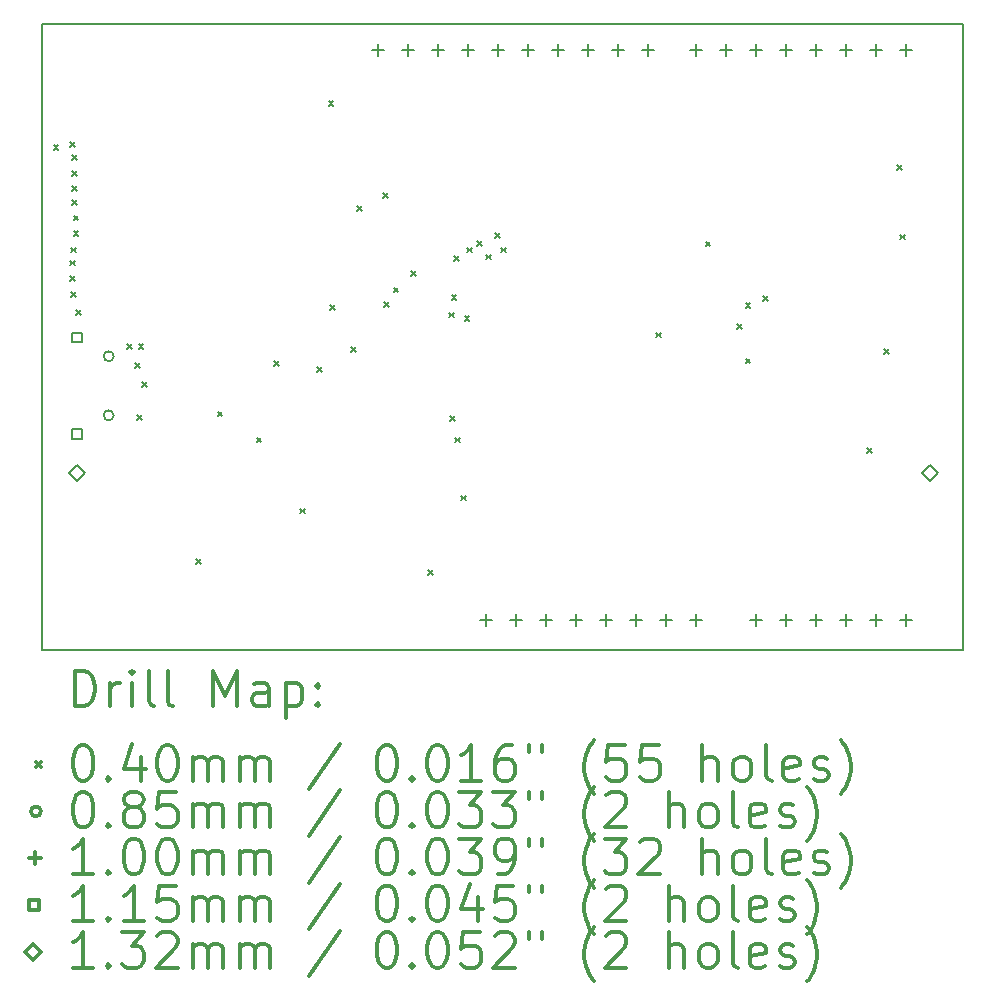
<source format=gbr>
%FSLAX45Y45*%
G04 Gerber Fmt 4.5, Leading zero omitted, Abs format (unit mm)*
G04 Created by KiCad (PCBNEW 5.0.2-bee76a0~70~ubuntu18.04.1) date Mi 12 Dez 2018 00:11:58 CET*
%MOMM*%
%LPD*%
G01*
G04 APERTURE LIST*
%ADD10C,0.150000*%
%ADD11C,0.200000*%
%ADD12C,0.300000*%
G04 APERTURE END LIST*
D10*
X12300000Y-13000000D02*
X12300000Y-7700000D01*
X4500000Y-7700000D02*
X4500000Y-13000000D01*
X12300000Y-7700000D02*
X4500000Y-7700000D01*
X4500000Y-13000000D02*
X12300000Y-13000000D01*
D11*
X4600000Y-8720000D02*
X4640000Y-8760000D01*
X4640000Y-8720000D02*
X4600000Y-8760000D01*
X4740000Y-8700000D02*
X4780000Y-8740000D01*
X4780000Y-8700000D02*
X4740000Y-8740000D01*
X4740000Y-9700000D02*
X4780000Y-9740000D01*
X4780000Y-9700000D02*
X4740000Y-9740000D01*
X4740000Y-9830000D02*
X4780000Y-9870000D01*
X4780000Y-9830000D02*
X4740000Y-9870000D01*
X4750000Y-9590000D02*
X4790000Y-9630000D01*
X4790000Y-9590000D02*
X4750000Y-9630000D01*
X4750000Y-9970000D02*
X4790000Y-10010000D01*
X4790000Y-9970000D02*
X4750000Y-10010000D01*
X4760000Y-8810000D02*
X4800000Y-8850000D01*
X4800000Y-8810000D02*
X4760000Y-8850000D01*
X4760000Y-8940000D02*
X4800000Y-8980000D01*
X4800000Y-8940000D02*
X4760000Y-8980000D01*
X4760000Y-9070000D02*
X4800000Y-9110000D01*
X4800000Y-9070000D02*
X4760000Y-9110000D01*
X4760000Y-9190000D02*
X4800000Y-9230000D01*
X4800000Y-9190000D02*
X4760000Y-9230000D01*
X4770000Y-9320000D02*
X4810000Y-9360000D01*
X4810000Y-9320000D02*
X4770000Y-9360000D01*
X4770000Y-9450000D02*
X4810000Y-9490000D01*
X4810000Y-9450000D02*
X4770000Y-9490000D01*
X4790000Y-10120000D02*
X4830000Y-10160000D01*
X4830000Y-10120000D02*
X4790000Y-10160000D01*
X5220000Y-10410000D02*
X5260000Y-10450000D01*
X5260000Y-10410000D02*
X5220000Y-10450000D01*
X5290503Y-10570503D02*
X5330503Y-10610503D01*
X5330503Y-10570503D02*
X5290503Y-10610503D01*
X5310000Y-11010000D02*
X5350000Y-11050000D01*
X5350000Y-11010000D02*
X5310000Y-11050000D01*
X5320000Y-10410000D02*
X5360000Y-10450000D01*
X5360000Y-10410000D02*
X5320000Y-10450000D01*
X5350000Y-10730000D02*
X5390000Y-10770000D01*
X5390000Y-10730000D02*
X5350000Y-10770000D01*
X5810000Y-12230000D02*
X5850000Y-12270000D01*
X5850000Y-12230000D02*
X5810000Y-12270000D01*
X5990000Y-10980000D02*
X6030000Y-11020000D01*
X6030000Y-10980000D02*
X5990000Y-11020000D01*
X6320000Y-11200000D02*
X6360000Y-11240000D01*
X6360000Y-11200000D02*
X6320000Y-11240000D01*
X6470000Y-10550000D02*
X6510000Y-10590000D01*
X6510000Y-10550000D02*
X6470000Y-10590000D01*
X6690000Y-11800000D02*
X6730000Y-11840000D01*
X6730000Y-11800000D02*
X6690000Y-11840000D01*
X6830747Y-10599253D02*
X6870747Y-10639253D01*
X6870747Y-10599253D02*
X6830747Y-10639253D01*
X6930000Y-8350000D02*
X6970000Y-8390000D01*
X6970000Y-8350000D02*
X6930000Y-8390000D01*
X6940000Y-10080000D02*
X6980000Y-10120000D01*
X6980000Y-10080000D02*
X6940000Y-10120000D01*
X7120000Y-10430000D02*
X7160000Y-10470000D01*
X7160000Y-10430000D02*
X7120000Y-10470000D01*
X7170000Y-9240000D02*
X7210000Y-9280000D01*
X7210000Y-9240000D02*
X7170000Y-9280000D01*
X7390000Y-9130000D02*
X7430000Y-9170000D01*
X7430000Y-9130000D02*
X7390000Y-9170000D01*
X7400000Y-10050000D02*
X7440000Y-10090000D01*
X7440000Y-10050000D02*
X7400000Y-10090000D01*
X7480000Y-9930000D02*
X7520000Y-9970000D01*
X7520000Y-9930000D02*
X7480000Y-9970000D01*
X7630000Y-9790000D02*
X7670000Y-9830000D01*
X7670000Y-9790000D02*
X7630000Y-9830000D01*
X7770000Y-12320000D02*
X7810000Y-12360000D01*
X7810000Y-12320000D02*
X7770000Y-12360000D01*
X7950000Y-10140000D02*
X7990000Y-10180000D01*
X7990000Y-10140000D02*
X7950000Y-10180000D01*
X7960000Y-11020000D02*
X8000000Y-11060000D01*
X8000000Y-11020000D02*
X7960000Y-11060000D01*
X7970000Y-9990000D02*
X8010000Y-10030000D01*
X8010000Y-9990000D02*
X7970000Y-10030000D01*
X7990000Y-9660000D02*
X8030000Y-9700000D01*
X8030000Y-9660000D02*
X7990000Y-9700000D01*
X8000000Y-11200000D02*
X8040000Y-11240000D01*
X8040000Y-11200000D02*
X8000000Y-11240000D01*
X8050000Y-11690000D02*
X8090000Y-11730000D01*
X8090000Y-11690000D02*
X8050000Y-11730000D01*
X8080000Y-10170000D02*
X8120000Y-10210000D01*
X8120000Y-10170000D02*
X8080000Y-10210000D01*
X8100000Y-9590000D02*
X8140000Y-9630000D01*
X8140000Y-9590000D02*
X8100000Y-9630000D01*
X8184800Y-9537000D02*
X8224800Y-9577000D01*
X8224800Y-9537000D02*
X8184800Y-9577000D01*
X8260000Y-9650000D02*
X8300000Y-9690000D01*
X8300000Y-9650000D02*
X8260000Y-9690000D01*
X8340775Y-9469745D02*
X8380775Y-9509745D01*
X8380775Y-9469745D02*
X8340775Y-9509745D01*
X8390000Y-9590000D02*
X8430000Y-9630000D01*
X8430000Y-9590000D02*
X8390000Y-9630000D01*
X9700000Y-10310000D02*
X9740000Y-10350000D01*
X9740000Y-10310000D02*
X9700000Y-10350000D01*
X10120000Y-9540000D02*
X10160000Y-9580000D01*
X10160000Y-9540000D02*
X10120000Y-9580000D01*
X10390000Y-10240000D02*
X10430000Y-10280000D01*
X10430000Y-10240000D02*
X10390000Y-10280000D01*
X10460000Y-10060000D02*
X10500000Y-10100000D01*
X10500000Y-10060000D02*
X10460000Y-10100000D01*
X10460000Y-10530000D02*
X10500000Y-10570000D01*
X10500000Y-10530000D02*
X10460000Y-10570000D01*
X10610000Y-10000000D02*
X10650000Y-10040000D01*
X10650000Y-10000000D02*
X10610000Y-10040000D01*
X11490000Y-11290000D02*
X11530000Y-11330000D01*
X11530000Y-11290000D02*
X11490000Y-11330000D01*
X11630000Y-10450000D02*
X11670000Y-10490000D01*
X11670000Y-10450000D02*
X11630000Y-10490000D01*
X11740000Y-8890000D02*
X11780000Y-8930000D01*
X11780000Y-8890000D02*
X11740000Y-8930000D01*
X11770000Y-9480000D02*
X11810000Y-9520000D01*
X11810000Y-9480000D02*
X11770000Y-9520000D01*
X5108754Y-10509910D02*
G75*
G03X5108754Y-10509910I-42500J0D01*
G01*
X5108754Y-11009910D02*
G75*
G03X5108754Y-11009910I-42500J0D01*
G01*
X7349600Y-7870000D02*
X7349600Y-7970000D01*
X7299600Y-7920000D02*
X7399600Y-7920000D01*
X7603600Y-7870000D02*
X7603600Y-7970000D01*
X7553600Y-7920000D02*
X7653600Y-7920000D01*
X7857600Y-7870000D02*
X7857600Y-7970000D01*
X7807600Y-7920000D02*
X7907600Y-7920000D01*
X8111600Y-7870000D02*
X8111600Y-7970000D01*
X8061600Y-7920000D02*
X8161600Y-7920000D01*
X8264000Y-12696000D02*
X8264000Y-12796000D01*
X8214000Y-12746000D02*
X8314000Y-12746000D01*
X8365600Y-7870000D02*
X8365600Y-7970000D01*
X8315600Y-7920000D02*
X8415600Y-7920000D01*
X8518000Y-12696000D02*
X8518000Y-12796000D01*
X8468000Y-12746000D02*
X8568000Y-12746000D01*
X8619600Y-7870000D02*
X8619600Y-7970000D01*
X8569600Y-7920000D02*
X8669600Y-7920000D01*
X8772000Y-12696000D02*
X8772000Y-12796000D01*
X8722000Y-12746000D02*
X8822000Y-12746000D01*
X8873600Y-7870000D02*
X8873600Y-7970000D01*
X8823600Y-7920000D02*
X8923600Y-7920000D01*
X9026000Y-12696000D02*
X9026000Y-12796000D01*
X8976000Y-12746000D02*
X9076000Y-12746000D01*
X9127600Y-7870000D02*
X9127600Y-7970000D01*
X9077600Y-7920000D02*
X9177600Y-7920000D01*
X9280000Y-12696000D02*
X9280000Y-12796000D01*
X9230000Y-12746000D02*
X9330000Y-12746000D01*
X9381600Y-7870000D02*
X9381600Y-7970000D01*
X9331600Y-7920000D02*
X9431600Y-7920000D01*
X9534000Y-12696000D02*
X9534000Y-12796000D01*
X9484000Y-12746000D02*
X9584000Y-12746000D01*
X9635600Y-7870000D02*
X9635600Y-7970000D01*
X9585600Y-7920000D02*
X9685600Y-7920000D01*
X9788000Y-12696000D02*
X9788000Y-12796000D01*
X9738000Y-12746000D02*
X9838000Y-12746000D01*
X10042000Y-7870000D02*
X10042000Y-7970000D01*
X9992000Y-7920000D02*
X10092000Y-7920000D01*
X10042000Y-12696000D02*
X10042000Y-12796000D01*
X9992000Y-12746000D02*
X10092000Y-12746000D01*
X10296000Y-7870000D02*
X10296000Y-7970000D01*
X10246000Y-7920000D02*
X10346000Y-7920000D01*
X10550000Y-7870000D02*
X10550000Y-7970000D01*
X10500000Y-7920000D02*
X10600000Y-7920000D01*
X10550000Y-12696000D02*
X10550000Y-12796000D01*
X10500000Y-12746000D02*
X10600000Y-12746000D01*
X10804000Y-7870000D02*
X10804000Y-7970000D01*
X10754000Y-7920000D02*
X10854000Y-7920000D01*
X10804000Y-12696000D02*
X10804000Y-12796000D01*
X10754000Y-12746000D02*
X10854000Y-12746000D01*
X11058000Y-7870000D02*
X11058000Y-7970000D01*
X11008000Y-7920000D02*
X11108000Y-7920000D01*
X11058000Y-12696000D02*
X11058000Y-12796000D01*
X11008000Y-12746000D02*
X11108000Y-12746000D01*
X11312000Y-7870000D02*
X11312000Y-7970000D01*
X11262000Y-7920000D02*
X11362000Y-7920000D01*
X11312000Y-12696000D02*
X11312000Y-12796000D01*
X11262000Y-12746000D02*
X11362000Y-12746000D01*
X11566000Y-7870000D02*
X11566000Y-7970000D01*
X11516000Y-7920000D02*
X11616000Y-7920000D01*
X11566000Y-12696000D02*
X11566000Y-12796000D01*
X11516000Y-12746000D02*
X11616000Y-12746000D01*
X11820000Y-7870000D02*
X11820000Y-7970000D01*
X11770000Y-7920000D02*
X11870000Y-7920000D01*
X11820000Y-12696000D02*
X11820000Y-12796000D01*
X11770000Y-12746000D02*
X11870000Y-12746000D01*
X4836913Y-10390659D02*
X4836913Y-10309341D01*
X4755595Y-10309341D01*
X4755595Y-10390659D01*
X4836913Y-10390659D01*
X4836913Y-11210659D02*
X4836913Y-11129341D01*
X4755595Y-11129341D01*
X4755595Y-11210659D01*
X4836913Y-11210659D01*
X4799000Y-11566000D02*
X4865000Y-11500000D01*
X4799000Y-11434000D01*
X4733000Y-11500000D01*
X4799000Y-11566000D01*
X12021000Y-11566000D02*
X12087000Y-11500000D01*
X12021000Y-11434000D01*
X11955000Y-11500000D01*
X12021000Y-11566000D01*
D12*
X4778928Y-13473214D02*
X4778928Y-13173214D01*
X4850357Y-13173214D01*
X4893214Y-13187500D01*
X4921786Y-13216071D01*
X4936071Y-13244643D01*
X4950357Y-13301786D01*
X4950357Y-13344643D01*
X4936071Y-13401786D01*
X4921786Y-13430357D01*
X4893214Y-13458929D01*
X4850357Y-13473214D01*
X4778928Y-13473214D01*
X5078928Y-13473214D02*
X5078928Y-13273214D01*
X5078928Y-13330357D02*
X5093214Y-13301786D01*
X5107500Y-13287500D01*
X5136071Y-13273214D01*
X5164643Y-13273214D01*
X5264643Y-13473214D02*
X5264643Y-13273214D01*
X5264643Y-13173214D02*
X5250357Y-13187500D01*
X5264643Y-13201786D01*
X5278928Y-13187500D01*
X5264643Y-13173214D01*
X5264643Y-13201786D01*
X5450357Y-13473214D02*
X5421786Y-13458929D01*
X5407500Y-13430357D01*
X5407500Y-13173214D01*
X5607500Y-13473214D02*
X5578928Y-13458929D01*
X5564643Y-13430357D01*
X5564643Y-13173214D01*
X5950357Y-13473214D02*
X5950357Y-13173214D01*
X6050357Y-13387500D01*
X6150357Y-13173214D01*
X6150357Y-13473214D01*
X6421786Y-13473214D02*
X6421786Y-13316071D01*
X6407500Y-13287500D01*
X6378928Y-13273214D01*
X6321786Y-13273214D01*
X6293214Y-13287500D01*
X6421786Y-13458929D02*
X6393214Y-13473214D01*
X6321786Y-13473214D01*
X6293214Y-13458929D01*
X6278928Y-13430357D01*
X6278928Y-13401786D01*
X6293214Y-13373214D01*
X6321786Y-13358929D01*
X6393214Y-13358929D01*
X6421786Y-13344643D01*
X6564643Y-13273214D02*
X6564643Y-13573214D01*
X6564643Y-13287500D02*
X6593214Y-13273214D01*
X6650357Y-13273214D01*
X6678928Y-13287500D01*
X6693214Y-13301786D01*
X6707500Y-13330357D01*
X6707500Y-13416071D01*
X6693214Y-13444643D01*
X6678928Y-13458929D01*
X6650357Y-13473214D01*
X6593214Y-13473214D01*
X6564643Y-13458929D01*
X6836071Y-13444643D02*
X6850357Y-13458929D01*
X6836071Y-13473214D01*
X6821786Y-13458929D01*
X6836071Y-13444643D01*
X6836071Y-13473214D01*
X6836071Y-13287500D02*
X6850357Y-13301786D01*
X6836071Y-13316071D01*
X6821786Y-13301786D01*
X6836071Y-13287500D01*
X6836071Y-13316071D01*
X4452500Y-13947500D02*
X4492500Y-13987500D01*
X4492500Y-13947500D02*
X4452500Y-13987500D01*
X4836071Y-13803214D02*
X4864643Y-13803214D01*
X4893214Y-13817500D01*
X4907500Y-13831786D01*
X4921786Y-13860357D01*
X4936071Y-13917500D01*
X4936071Y-13988929D01*
X4921786Y-14046071D01*
X4907500Y-14074643D01*
X4893214Y-14088929D01*
X4864643Y-14103214D01*
X4836071Y-14103214D01*
X4807500Y-14088929D01*
X4793214Y-14074643D01*
X4778928Y-14046071D01*
X4764643Y-13988929D01*
X4764643Y-13917500D01*
X4778928Y-13860357D01*
X4793214Y-13831786D01*
X4807500Y-13817500D01*
X4836071Y-13803214D01*
X5064643Y-14074643D02*
X5078928Y-14088929D01*
X5064643Y-14103214D01*
X5050357Y-14088929D01*
X5064643Y-14074643D01*
X5064643Y-14103214D01*
X5336071Y-13903214D02*
X5336071Y-14103214D01*
X5264643Y-13788929D02*
X5193214Y-14003214D01*
X5378928Y-14003214D01*
X5550357Y-13803214D02*
X5578928Y-13803214D01*
X5607500Y-13817500D01*
X5621786Y-13831786D01*
X5636071Y-13860357D01*
X5650357Y-13917500D01*
X5650357Y-13988929D01*
X5636071Y-14046071D01*
X5621786Y-14074643D01*
X5607500Y-14088929D01*
X5578928Y-14103214D01*
X5550357Y-14103214D01*
X5521786Y-14088929D01*
X5507500Y-14074643D01*
X5493214Y-14046071D01*
X5478928Y-13988929D01*
X5478928Y-13917500D01*
X5493214Y-13860357D01*
X5507500Y-13831786D01*
X5521786Y-13817500D01*
X5550357Y-13803214D01*
X5778928Y-14103214D02*
X5778928Y-13903214D01*
X5778928Y-13931786D02*
X5793214Y-13917500D01*
X5821786Y-13903214D01*
X5864643Y-13903214D01*
X5893214Y-13917500D01*
X5907500Y-13946071D01*
X5907500Y-14103214D01*
X5907500Y-13946071D02*
X5921786Y-13917500D01*
X5950357Y-13903214D01*
X5993214Y-13903214D01*
X6021786Y-13917500D01*
X6036071Y-13946071D01*
X6036071Y-14103214D01*
X6178928Y-14103214D02*
X6178928Y-13903214D01*
X6178928Y-13931786D02*
X6193214Y-13917500D01*
X6221786Y-13903214D01*
X6264643Y-13903214D01*
X6293214Y-13917500D01*
X6307500Y-13946071D01*
X6307500Y-14103214D01*
X6307500Y-13946071D02*
X6321786Y-13917500D01*
X6350357Y-13903214D01*
X6393214Y-13903214D01*
X6421786Y-13917500D01*
X6436071Y-13946071D01*
X6436071Y-14103214D01*
X7021786Y-13788929D02*
X6764643Y-14174643D01*
X7407500Y-13803214D02*
X7436071Y-13803214D01*
X7464643Y-13817500D01*
X7478928Y-13831786D01*
X7493214Y-13860357D01*
X7507500Y-13917500D01*
X7507500Y-13988929D01*
X7493214Y-14046071D01*
X7478928Y-14074643D01*
X7464643Y-14088929D01*
X7436071Y-14103214D01*
X7407500Y-14103214D01*
X7378928Y-14088929D01*
X7364643Y-14074643D01*
X7350357Y-14046071D01*
X7336071Y-13988929D01*
X7336071Y-13917500D01*
X7350357Y-13860357D01*
X7364643Y-13831786D01*
X7378928Y-13817500D01*
X7407500Y-13803214D01*
X7636071Y-14074643D02*
X7650357Y-14088929D01*
X7636071Y-14103214D01*
X7621786Y-14088929D01*
X7636071Y-14074643D01*
X7636071Y-14103214D01*
X7836071Y-13803214D02*
X7864643Y-13803214D01*
X7893214Y-13817500D01*
X7907500Y-13831786D01*
X7921786Y-13860357D01*
X7936071Y-13917500D01*
X7936071Y-13988929D01*
X7921786Y-14046071D01*
X7907500Y-14074643D01*
X7893214Y-14088929D01*
X7864643Y-14103214D01*
X7836071Y-14103214D01*
X7807500Y-14088929D01*
X7793214Y-14074643D01*
X7778928Y-14046071D01*
X7764643Y-13988929D01*
X7764643Y-13917500D01*
X7778928Y-13860357D01*
X7793214Y-13831786D01*
X7807500Y-13817500D01*
X7836071Y-13803214D01*
X8221786Y-14103214D02*
X8050357Y-14103214D01*
X8136071Y-14103214D02*
X8136071Y-13803214D01*
X8107500Y-13846071D01*
X8078928Y-13874643D01*
X8050357Y-13888929D01*
X8478928Y-13803214D02*
X8421786Y-13803214D01*
X8393214Y-13817500D01*
X8378928Y-13831786D01*
X8350357Y-13874643D01*
X8336071Y-13931786D01*
X8336071Y-14046071D01*
X8350357Y-14074643D01*
X8364643Y-14088929D01*
X8393214Y-14103214D01*
X8450357Y-14103214D01*
X8478928Y-14088929D01*
X8493214Y-14074643D01*
X8507500Y-14046071D01*
X8507500Y-13974643D01*
X8493214Y-13946071D01*
X8478928Y-13931786D01*
X8450357Y-13917500D01*
X8393214Y-13917500D01*
X8364643Y-13931786D01*
X8350357Y-13946071D01*
X8336071Y-13974643D01*
X8621786Y-13803214D02*
X8621786Y-13860357D01*
X8736071Y-13803214D02*
X8736071Y-13860357D01*
X9178928Y-14217500D02*
X9164643Y-14203214D01*
X9136071Y-14160357D01*
X9121786Y-14131786D01*
X9107500Y-14088929D01*
X9093214Y-14017500D01*
X9093214Y-13960357D01*
X9107500Y-13888929D01*
X9121786Y-13846071D01*
X9136071Y-13817500D01*
X9164643Y-13774643D01*
X9178928Y-13760357D01*
X9436071Y-13803214D02*
X9293214Y-13803214D01*
X9278928Y-13946071D01*
X9293214Y-13931786D01*
X9321786Y-13917500D01*
X9393214Y-13917500D01*
X9421786Y-13931786D01*
X9436071Y-13946071D01*
X9450357Y-13974643D01*
X9450357Y-14046071D01*
X9436071Y-14074643D01*
X9421786Y-14088929D01*
X9393214Y-14103214D01*
X9321786Y-14103214D01*
X9293214Y-14088929D01*
X9278928Y-14074643D01*
X9721786Y-13803214D02*
X9578928Y-13803214D01*
X9564643Y-13946071D01*
X9578928Y-13931786D01*
X9607500Y-13917500D01*
X9678928Y-13917500D01*
X9707500Y-13931786D01*
X9721786Y-13946071D01*
X9736071Y-13974643D01*
X9736071Y-14046071D01*
X9721786Y-14074643D01*
X9707500Y-14088929D01*
X9678928Y-14103214D01*
X9607500Y-14103214D01*
X9578928Y-14088929D01*
X9564643Y-14074643D01*
X10093214Y-14103214D02*
X10093214Y-13803214D01*
X10221786Y-14103214D02*
X10221786Y-13946071D01*
X10207500Y-13917500D01*
X10178928Y-13903214D01*
X10136071Y-13903214D01*
X10107500Y-13917500D01*
X10093214Y-13931786D01*
X10407500Y-14103214D02*
X10378928Y-14088929D01*
X10364643Y-14074643D01*
X10350357Y-14046071D01*
X10350357Y-13960357D01*
X10364643Y-13931786D01*
X10378928Y-13917500D01*
X10407500Y-13903214D01*
X10450357Y-13903214D01*
X10478928Y-13917500D01*
X10493214Y-13931786D01*
X10507500Y-13960357D01*
X10507500Y-14046071D01*
X10493214Y-14074643D01*
X10478928Y-14088929D01*
X10450357Y-14103214D01*
X10407500Y-14103214D01*
X10678928Y-14103214D02*
X10650357Y-14088929D01*
X10636071Y-14060357D01*
X10636071Y-13803214D01*
X10907500Y-14088929D02*
X10878928Y-14103214D01*
X10821786Y-14103214D01*
X10793214Y-14088929D01*
X10778928Y-14060357D01*
X10778928Y-13946071D01*
X10793214Y-13917500D01*
X10821786Y-13903214D01*
X10878928Y-13903214D01*
X10907500Y-13917500D01*
X10921786Y-13946071D01*
X10921786Y-13974643D01*
X10778928Y-14003214D01*
X11036071Y-14088929D02*
X11064643Y-14103214D01*
X11121786Y-14103214D01*
X11150357Y-14088929D01*
X11164643Y-14060357D01*
X11164643Y-14046071D01*
X11150357Y-14017500D01*
X11121786Y-14003214D01*
X11078928Y-14003214D01*
X11050357Y-13988929D01*
X11036071Y-13960357D01*
X11036071Y-13946071D01*
X11050357Y-13917500D01*
X11078928Y-13903214D01*
X11121786Y-13903214D01*
X11150357Y-13917500D01*
X11264643Y-14217500D02*
X11278928Y-14203214D01*
X11307500Y-14160357D01*
X11321786Y-14131786D01*
X11336071Y-14088929D01*
X11350357Y-14017500D01*
X11350357Y-13960357D01*
X11336071Y-13888929D01*
X11321786Y-13846071D01*
X11307500Y-13817500D01*
X11278928Y-13774643D01*
X11264643Y-13760357D01*
X4492500Y-14363500D02*
G75*
G03X4492500Y-14363500I-42500J0D01*
G01*
X4836071Y-14199214D02*
X4864643Y-14199214D01*
X4893214Y-14213500D01*
X4907500Y-14227786D01*
X4921786Y-14256357D01*
X4936071Y-14313500D01*
X4936071Y-14384929D01*
X4921786Y-14442071D01*
X4907500Y-14470643D01*
X4893214Y-14484929D01*
X4864643Y-14499214D01*
X4836071Y-14499214D01*
X4807500Y-14484929D01*
X4793214Y-14470643D01*
X4778928Y-14442071D01*
X4764643Y-14384929D01*
X4764643Y-14313500D01*
X4778928Y-14256357D01*
X4793214Y-14227786D01*
X4807500Y-14213500D01*
X4836071Y-14199214D01*
X5064643Y-14470643D02*
X5078928Y-14484929D01*
X5064643Y-14499214D01*
X5050357Y-14484929D01*
X5064643Y-14470643D01*
X5064643Y-14499214D01*
X5250357Y-14327786D02*
X5221786Y-14313500D01*
X5207500Y-14299214D01*
X5193214Y-14270643D01*
X5193214Y-14256357D01*
X5207500Y-14227786D01*
X5221786Y-14213500D01*
X5250357Y-14199214D01*
X5307500Y-14199214D01*
X5336071Y-14213500D01*
X5350357Y-14227786D01*
X5364643Y-14256357D01*
X5364643Y-14270643D01*
X5350357Y-14299214D01*
X5336071Y-14313500D01*
X5307500Y-14327786D01*
X5250357Y-14327786D01*
X5221786Y-14342071D01*
X5207500Y-14356357D01*
X5193214Y-14384929D01*
X5193214Y-14442071D01*
X5207500Y-14470643D01*
X5221786Y-14484929D01*
X5250357Y-14499214D01*
X5307500Y-14499214D01*
X5336071Y-14484929D01*
X5350357Y-14470643D01*
X5364643Y-14442071D01*
X5364643Y-14384929D01*
X5350357Y-14356357D01*
X5336071Y-14342071D01*
X5307500Y-14327786D01*
X5636071Y-14199214D02*
X5493214Y-14199214D01*
X5478928Y-14342071D01*
X5493214Y-14327786D01*
X5521786Y-14313500D01*
X5593214Y-14313500D01*
X5621786Y-14327786D01*
X5636071Y-14342071D01*
X5650357Y-14370643D01*
X5650357Y-14442071D01*
X5636071Y-14470643D01*
X5621786Y-14484929D01*
X5593214Y-14499214D01*
X5521786Y-14499214D01*
X5493214Y-14484929D01*
X5478928Y-14470643D01*
X5778928Y-14499214D02*
X5778928Y-14299214D01*
X5778928Y-14327786D02*
X5793214Y-14313500D01*
X5821786Y-14299214D01*
X5864643Y-14299214D01*
X5893214Y-14313500D01*
X5907500Y-14342071D01*
X5907500Y-14499214D01*
X5907500Y-14342071D02*
X5921786Y-14313500D01*
X5950357Y-14299214D01*
X5993214Y-14299214D01*
X6021786Y-14313500D01*
X6036071Y-14342071D01*
X6036071Y-14499214D01*
X6178928Y-14499214D02*
X6178928Y-14299214D01*
X6178928Y-14327786D02*
X6193214Y-14313500D01*
X6221786Y-14299214D01*
X6264643Y-14299214D01*
X6293214Y-14313500D01*
X6307500Y-14342071D01*
X6307500Y-14499214D01*
X6307500Y-14342071D02*
X6321786Y-14313500D01*
X6350357Y-14299214D01*
X6393214Y-14299214D01*
X6421786Y-14313500D01*
X6436071Y-14342071D01*
X6436071Y-14499214D01*
X7021786Y-14184929D02*
X6764643Y-14570643D01*
X7407500Y-14199214D02*
X7436071Y-14199214D01*
X7464643Y-14213500D01*
X7478928Y-14227786D01*
X7493214Y-14256357D01*
X7507500Y-14313500D01*
X7507500Y-14384929D01*
X7493214Y-14442071D01*
X7478928Y-14470643D01*
X7464643Y-14484929D01*
X7436071Y-14499214D01*
X7407500Y-14499214D01*
X7378928Y-14484929D01*
X7364643Y-14470643D01*
X7350357Y-14442071D01*
X7336071Y-14384929D01*
X7336071Y-14313500D01*
X7350357Y-14256357D01*
X7364643Y-14227786D01*
X7378928Y-14213500D01*
X7407500Y-14199214D01*
X7636071Y-14470643D02*
X7650357Y-14484929D01*
X7636071Y-14499214D01*
X7621786Y-14484929D01*
X7636071Y-14470643D01*
X7636071Y-14499214D01*
X7836071Y-14199214D02*
X7864643Y-14199214D01*
X7893214Y-14213500D01*
X7907500Y-14227786D01*
X7921786Y-14256357D01*
X7936071Y-14313500D01*
X7936071Y-14384929D01*
X7921786Y-14442071D01*
X7907500Y-14470643D01*
X7893214Y-14484929D01*
X7864643Y-14499214D01*
X7836071Y-14499214D01*
X7807500Y-14484929D01*
X7793214Y-14470643D01*
X7778928Y-14442071D01*
X7764643Y-14384929D01*
X7764643Y-14313500D01*
X7778928Y-14256357D01*
X7793214Y-14227786D01*
X7807500Y-14213500D01*
X7836071Y-14199214D01*
X8036071Y-14199214D02*
X8221786Y-14199214D01*
X8121786Y-14313500D01*
X8164643Y-14313500D01*
X8193214Y-14327786D01*
X8207500Y-14342071D01*
X8221786Y-14370643D01*
X8221786Y-14442071D01*
X8207500Y-14470643D01*
X8193214Y-14484929D01*
X8164643Y-14499214D01*
X8078928Y-14499214D01*
X8050357Y-14484929D01*
X8036071Y-14470643D01*
X8321786Y-14199214D02*
X8507500Y-14199214D01*
X8407500Y-14313500D01*
X8450357Y-14313500D01*
X8478928Y-14327786D01*
X8493214Y-14342071D01*
X8507500Y-14370643D01*
X8507500Y-14442071D01*
X8493214Y-14470643D01*
X8478928Y-14484929D01*
X8450357Y-14499214D01*
X8364643Y-14499214D01*
X8336071Y-14484929D01*
X8321786Y-14470643D01*
X8621786Y-14199214D02*
X8621786Y-14256357D01*
X8736071Y-14199214D02*
X8736071Y-14256357D01*
X9178928Y-14613500D02*
X9164643Y-14599214D01*
X9136071Y-14556357D01*
X9121786Y-14527786D01*
X9107500Y-14484929D01*
X9093214Y-14413500D01*
X9093214Y-14356357D01*
X9107500Y-14284929D01*
X9121786Y-14242071D01*
X9136071Y-14213500D01*
X9164643Y-14170643D01*
X9178928Y-14156357D01*
X9278928Y-14227786D02*
X9293214Y-14213500D01*
X9321786Y-14199214D01*
X9393214Y-14199214D01*
X9421786Y-14213500D01*
X9436071Y-14227786D01*
X9450357Y-14256357D01*
X9450357Y-14284929D01*
X9436071Y-14327786D01*
X9264643Y-14499214D01*
X9450357Y-14499214D01*
X9807500Y-14499214D02*
X9807500Y-14199214D01*
X9936071Y-14499214D02*
X9936071Y-14342071D01*
X9921786Y-14313500D01*
X9893214Y-14299214D01*
X9850357Y-14299214D01*
X9821786Y-14313500D01*
X9807500Y-14327786D01*
X10121786Y-14499214D02*
X10093214Y-14484929D01*
X10078928Y-14470643D01*
X10064643Y-14442071D01*
X10064643Y-14356357D01*
X10078928Y-14327786D01*
X10093214Y-14313500D01*
X10121786Y-14299214D01*
X10164643Y-14299214D01*
X10193214Y-14313500D01*
X10207500Y-14327786D01*
X10221786Y-14356357D01*
X10221786Y-14442071D01*
X10207500Y-14470643D01*
X10193214Y-14484929D01*
X10164643Y-14499214D01*
X10121786Y-14499214D01*
X10393214Y-14499214D02*
X10364643Y-14484929D01*
X10350357Y-14456357D01*
X10350357Y-14199214D01*
X10621786Y-14484929D02*
X10593214Y-14499214D01*
X10536071Y-14499214D01*
X10507500Y-14484929D01*
X10493214Y-14456357D01*
X10493214Y-14342071D01*
X10507500Y-14313500D01*
X10536071Y-14299214D01*
X10593214Y-14299214D01*
X10621786Y-14313500D01*
X10636071Y-14342071D01*
X10636071Y-14370643D01*
X10493214Y-14399214D01*
X10750357Y-14484929D02*
X10778928Y-14499214D01*
X10836071Y-14499214D01*
X10864643Y-14484929D01*
X10878928Y-14456357D01*
X10878928Y-14442071D01*
X10864643Y-14413500D01*
X10836071Y-14399214D01*
X10793214Y-14399214D01*
X10764643Y-14384929D01*
X10750357Y-14356357D01*
X10750357Y-14342071D01*
X10764643Y-14313500D01*
X10793214Y-14299214D01*
X10836071Y-14299214D01*
X10864643Y-14313500D01*
X10978928Y-14613500D02*
X10993214Y-14599214D01*
X11021786Y-14556357D01*
X11036071Y-14527786D01*
X11050357Y-14484929D01*
X11064643Y-14413500D01*
X11064643Y-14356357D01*
X11050357Y-14284929D01*
X11036071Y-14242071D01*
X11021786Y-14213500D01*
X10993214Y-14170643D01*
X10978928Y-14156357D01*
X4442500Y-14709500D02*
X4442500Y-14809500D01*
X4392500Y-14759500D02*
X4492500Y-14759500D01*
X4936071Y-14895214D02*
X4764643Y-14895214D01*
X4850357Y-14895214D02*
X4850357Y-14595214D01*
X4821786Y-14638071D01*
X4793214Y-14666643D01*
X4764643Y-14680929D01*
X5064643Y-14866643D02*
X5078928Y-14880929D01*
X5064643Y-14895214D01*
X5050357Y-14880929D01*
X5064643Y-14866643D01*
X5064643Y-14895214D01*
X5264643Y-14595214D02*
X5293214Y-14595214D01*
X5321786Y-14609500D01*
X5336071Y-14623786D01*
X5350357Y-14652357D01*
X5364643Y-14709500D01*
X5364643Y-14780929D01*
X5350357Y-14838071D01*
X5336071Y-14866643D01*
X5321786Y-14880929D01*
X5293214Y-14895214D01*
X5264643Y-14895214D01*
X5236071Y-14880929D01*
X5221786Y-14866643D01*
X5207500Y-14838071D01*
X5193214Y-14780929D01*
X5193214Y-14709500D01*
X5207500Y-14652357D01*
X5221786Y-14623786D01*
X5236071Y-14609500D01*
X5264643Y-14595214D01*
X5550357Y-14595214D02*
X5578928Y-14595214D01*
X5607500Y-14609500D01*
X5621786Y-14623786D01*
X5636071Y-14652357D01*
X5650357Y-14709500D01*
X5650357Y-14780929D01*
X5636071Y-14838071D01*
X5621786Y-14866643D01*
X5607500Y-14880929D01*
X5578928Y-14895214D01*
X5550357Y-14895214D01*
X5521786Y-14880929D01*
X5507500Y-14866643D01*
X5493214Y-14838071D01*
X5478928Y-14780929D01*
X5478928Y-14709500D01*
X5493214Y-14652357D01*
X5507500Y-14623786D01*
X5521786Y-14609500D01*
X5550357Y-14595214D01*
X5778928Y-14895214D02*
X5778928Y-14695214D01*
X5778928Y-14723786D02*
X5793214Y-14709500D01*
X5821786Y-14695214D01*
X5864643Y-14695214D01*
X5893214Y-14709500D01*
X5907500Y-14738071D01*
X5907500Y-14895214D01*
X5907500Y-14738071D02*
X5921786Y-14709500D01*
X5950357Y-14695214D01*
X5993214Y-14695214D01*
X6021786Y-14709500D01*
X6036071Y-14738071D01*
X6036071Y-14895214D01*
X6178928Y-14895214D02*
X6178928Y-14695214D01*
X6178928Y-14723786D02*
X6193214Y-14709500D01*
X6221786Y-14695214D01*
X6264643Y-14695214D01*
X6293214Y-14709500D01*
X6307500Y-14738071D01*
X6307500Y-14895214D01*
X6307500Y-14738071D02*
X6321786Y-14709500D01*
X6350357Y-14695214D01*
X6393214Y-14695214D01*
X6421786Y-14709500D01*
X6436071Y-14738071D01*
X6436071Y-14895214D01*
X7021786Y-14580929D02*
X6764643Y-14966643D01*
X7407500Y-14595214D02*
X7436071Y-14595214D01*
X7464643Y-14609500D01*
X7478928Y-14623786D01*
X7493214Y-14652357D01*
X7507500Y-14709500D01*
X7507500Y-14780929D01*
X7493214Y-14838071D01*
X7478928Y-14866643D01*
X7464643Y-14880929D01*
X7436071Y-14895214D01*
X7407500Y-14895214D01*
X7378928Y-14880929D01*
X7364643Y-14866643D01*
X7350357Y-14838071D01*
X7336071Y-14780929D01*
X7336071Y-14709500D01*
X7350357Y-14652357D01*
X7364643Y-14623786D01*
X7378928Y-14609500D01*
X7407500Y-14595214D01*
X7636071Y-14866643D02*
X7650357Y-14880929D01*
X7636071Y-14895214D01*
X7621786Y-14880929D01*
X7636071Y-14866643D01*
X7636071Y-14895214D01*
X7836071Y-14595214D02*
X7864643Y-14595214D01*
X7893214Y-14609500D01*
X7907500Y-14623786D01*
X7921786Y-14652357D01*
X7936071Y-14709500D01*
X7936071Y-14780929D01*
X7921786Y-14838071D01*
X7907500Y-14866643D01*
X7893214Y-14880929D01*
X7864643Y-14895214D01*
X7836071Y-14895214D01*
X7807500Y-14880929D01*
X7793214Y-14866643D01*
X7778928Y-14838071D01*
X7764643Y-14780929D01*
X7764643Y-14709500D01*
X7778928Y-14652357D01*
X7793214Y-14623786D01*
X7807500Y-14609500D01*
X7836071Y-14595214D01*
X8036071Y-14595214D02*
X8221786Y-14595214D01*
X8121786Y-14709500D01*
X8164643Y-14709500D01*
X8193214Y-14723786D01*
X8207500Y-14738071D01*
X8221786Y-14766643D01*
X8221786Y-14838071D01*
X8207500Y-14866643D01*
X8193214Y-14880929D01*
X8164643Y-14895214D01*
X8078928Y-14895214D01*
X8050357Y-14880929D01*
X8036071Y-14866643D01*
X8364643Y-14895214D02*
X8421786Y-14895214D01*
X8450357Y-14880929D01*
X8464643Y-14866643D01*
X8493214Y-14823786D01*
X8507500Y-14766643D01*
X8507500Y-14652357D01*
X8493214Y-14623786D01*
X8478928Y-14609500D01*
X8450357Y-14595214D01*
X8393214Y-14595214D01*
X8364643Y-14609500D01*
X8350357Y-14623786D01*
X8336071Y-14652357D01*
X8336071Y-14723786D01*
X8350357Y-14752357D01*
X8364643Y-14766643D01*
X8393214Y-14780929D01*
X8450357Y-14780929D01*
X8478928Y-14766643D01*
X8493214Y-14752357D01*
X8507500Y-14723786D01*
X8621786Y-14595214D02*
X8621786Y-14652357D01*
X8736071Y-14595214D02*
X8736071Y-14652357D01*
X9178928Y-15009500D02*
X9164643Y-14995214D01*
X9136071Y-14952357D01*
X9121786Y-14923786D01*
X9107500Y-14880929D01*
X9093214Y-14809500D01*
X9093214Y-14752357D01*
X9107500Y-14680929D01*
X9121786Y-14638071D01*
X9136071Y-14609500D01*
X9164643Y-14566643D01*
X9178928Y-14552357D01*
X9264643Y-14595214D02*
X9450357Y-14595214D01*
X9350357Y-14709500D01*
X9393214Y-14709500D01*
X9421786Y-14723786D01*
X9436071Y-14738071D01*
X9450357Y-14766643D01*
X9450357Y-14838071D01*
X9436071Y-14866643D01*
X9421786Y-14880929D01*
X9393214Y-14895214D01*
X9307500Y-14895214D01*
X9278928Y-14880929D01*
X9264643Y-14866643D01*
X9564643Y-14623786D02*
X9578928Y-14609500D01*
X9607500Y-14595214D01*
X9678928Y-14595214D01*
X9707500Y-14609500D01*
X9721786Y-14623786D01*
X9736071Y-14652357D01*
X9736071Y-14680929D01*
X9721786Y-14723786D01*
X9550357Y-14895214D01*
X9736071Y-14895214D01*
X10093214Y-14895214D02*
X10093214Y-14595214D01*
X10221786Y-14895214D02*
X10221786Y-14738071D01*
X10207500Y-14709500D01*
X10178928Y-14695214D01*
X10136071Y-14695214D01*
X10107500Y-14709500D01*
X10093214Y-14723786D01*
X10407500Y-14895214D02*
X10378928Y-14880929D01*
X10364643Y-14866643D01*
X10350357Y-14838071D01*
X10350357Y-14752357D01*
X10364643Y-14723786D01*
X10378928Y-14709500D01*
X10407500Y-14695214D01*
X10450357Y-14695214D01*
X10478928Y-14709500D01*
X10493214Y-14723786D01*
X10507500Y-14752357D01*
X10507500Y-14838071D01*
X10493214Y-14866643D01*
X10478928Y-14880929D01*
X10450357Y-14895214D01*
X10407500Y-14895214D01*
X10678928Y-14895214D02*
X10650357Y-14880929D01*
X10636071Y-14852357D01*
X10636071Y-14595214D01*
X10907500Y-14880929D02*
X10878928Y-14895214D01*
X10821786Y-14895214D01*
X10793214Y-14880929D01*
X10778928Y-14852357D01*
X10778928Y-14738071D01*
X10793214Y-14709500D01*
X10821786Y-14695214D01*
X10878928Y-14695214D01*
X10907500Y-14709500D01*
X10921786Y-14738071D01*
X10921786Y-14766643D01*
X10778928Y-14795214D01*
X11036071Y-14880929D02*
X11064643Y-14895214D01*
X11121786Y-14895214D01*
X11150357Y-14880929D01*
X11164643Y-14852357D01*
X11164643Y-14838071D01*
X11150357Y-14809500D01*
X11121786Y-14795214D01*
X11078928Y-14795214D01*
X11050357Y-14780929D01*
X11036071Y-14752357D01*
X11036071Y-14738071D01*
X11050357Y-14709500D01*
X11078928Y-14695214D01*
X11121786Y-14695214D01*
X11150357Y-14709500D01*
X11264643Y-15009500D02*
X11278928Y-14995214D01*
X11307500Y-14952357D01*
X11321786Y-14923786D01*
X11336071Y-14880929D01*
X11350357Y-14809500D01*
X11350357Y-14752357D01*
X11336071Y-14680929D01*
X11321786Y-14638071D01*
X11307500Y-14609500D01*
X11278928Y-14566643D01*
X11264643Y-14552357D01*
X4475659Y-15196159D02*
X4475659Y-15114841D01*
X4394341Y-15114841D01*
X4394341Y-15196159D01*
X4475659Y-15196159D01*
X4936071Y-15291214D02*
X4764643Y-15291214D01*
X4850357Y-15291214D02*
X4850357Y-14991214D01*
X4821786Y-15034071D01*
X4793214Y-15062643D01*
X4764643Y-15076929D01*
X5064643Y-15262643D02*
X5078928Y-15276929D01*
X5064643Y-15291214D01*
X5050357Y-15276929D01*
X5064643Y-15262643D01*
X5064643Y-15291214D01*
X5364643Y-15291214D02*
X5193214Y-15291214D01*
X5278928Y-15291214D02*
X5278928Y-14991214D01*
X5250357Y-15034071D01*
X5221786Y-15062643D01*
X5193214Y-15076929D01*
X5636071Y-14991214D02*
X5493214Y-14991214D01*
X5478928Y-15134071D01*
X5493214Y-15119786D01*
X5521786Y-15105500D01*
X5593214Y-15105500D01*
X5621786Y-15119786D01*
X5636071Y-15134071D01*
X5650357Y-15162643D01*
X5650357Y-15234071D01*
X5636071Y-15262643D01*
X5621786Y-15276929D01*
X5593214Y-15291214D01*
X5521786Y-15291214D01*
X5493214Y-15276929D01*
X5478928Y-15262643D01*
X5778928Y-15291214D02*
X5778928Y-15091214D01*
X5778928Y-15119786D02*
X5793214Y-15105500D01*
X5821786Y-15091214D01*
X5864643Y-15091214D01*
X5893214Y-15105500D01*
X5907500Y-15134071D01*
X5907500Y-15291214D01*
X5907500Y-15134071D02*
X5921786Y-15105500D01*
X5950357Y-15091214D01*
X5993214Y-15091214D01*
X6021786Y-15105500D01*
X6036071Y-15134071D01*
X6036071Y-15291214D01*
X6178928Y-15291214D02*
X6178928Y-15091214D01*
X6178928Y-15119786D02*
X6193214Y-15105500D01*
X6221786Y-15091214D01*
X6264643Y-15091214D01*
X6293214Y-15105500D01*
X6307500Y-15134071D01*
X6307500Y-15291214D01*
X6307500Y-15134071D02*
X6321786Y-15105500D01*
X6350357Y-15091214D01*
X6393214Y-15091214D01*
X6421786Y-15105500D01*
X6436071Y-15134071D01*
X6436071Y-15291214D01*
X7021786Y-14976929D02*
X6764643Y-15362643D01*
X7407500Y-14991214D02*
X7436071Y-14991214D01*
X7464643Y-15005500D01*
X7478928Y-15019786D01*
X7493214Y-15048357D01*
X7507500Y-15105500D01*
X7507500Y-15176929D01*
X7493214Y-15234071D01*
X7478928Y-15262643D01*
X7464643Y-15276929D01*
X7436071Y-15291214D01*
X7407500Y-15291214D01*
X7378928Y-15276929D01*
X7364643Y-15262643D01*
X7350357Y-15234071D01*
X7336071Y-15176929D01*
X7336071Y-15105500D01*
X7350357Y-15048357D01*
X7364643Y-15019786D01*
X7378928Y-15005500D01*
X7407500Y-14991214D01*
X7636071Y-15262643D02*
X7650357Y-15276929D01*
X7636071Y-15291214D01*
X7621786Y-15276929D01*
X7636071Y-15262643D01*
X7636071Y-15291214D01*
X7836071Y-14991214D02*
X7864643Y-14991214D01*
X7893214Y-15005500D01*
X7907500Y-15019786D01*
X7921786Y-15048357D01*
X7936071Y-15105500D01*
X7936071Y-15176929D01*
X7921786Y-15234071D01*
X7907500Y-15262643D01*
X7893214Y-15276929D01*
X7864643Y-15291214D01*
X7836071Y-15291214D01*
X7807500Y-15276929D01*
X7793214Y-15262643D01*
X7778928Y-15234071D01*
X7764643Y-15176929D01*
X7764643Y-15105500D01*
X7778928Y-15048357D01*
X7793214Y-15019786D01*
X7807500Y-15005500D01*
X7836071Y-14991214D01*
X8193214Y-15091214D02*
X8193214Y-15291214D01*
X8121786Y-14976929D02*
X8050357Y-15191214D01*
X8236071Y-15191214D01*
X8493214Y-14991214D02*
X8350357Y-14991214D01*
X8336071Y-15134071D01*
X8350357Y-15119786D01*
X8378928Y-15105500D01*
X8450357Y-15105500D01*
X8478928Y-15119786D01*
X8493214Y-15134071D01*
X8507500Y-15162643D01*
X8507500Y-15234071D01*
X8493214Y-15262643D01*
X8478928Y-15276929D01*
X8450357Y-15291214D01*
X8378928Y-15291214D01*
X8350357Y-15276929D01*
X8336071Y-15262643D01*
X8621786Y-14991214D02*
X8621786Y-15048357D01*
X8736071Y-14991214D02*
X8736071Y-15048357D01*
X9178928Y-15405500D02*
X9164643Y-15391214D01*
X9136071Y-15348357D01*
X9121786Y-15319786D01*
X9107500Y-15276929D01*
X9093214Y-15205500D01*
X9093214Y-15148357D01*
X9107500Y-15076929D01*
X9121786Y-15034071D01*
X9136071Y-15005500D01*
X9164643Y-14962643D01*
X9178928Y-14948357D01*
X9278928Y-15019786D02*
X9293214Y-15005500D01*
X9321786Y-14991214D01*
X9393214Y-14991214D01*
X9421786Y-15005500D01*
X9436071Y-15019786D01*
X9450357Y-15048357D01*
X9450357Y-15076929D01*
X9436071Y-15119786D01*
X9264643Y-15291214D01*
X9450357Y-15291214D01*
X9807500Y-15291214D02*
X9807500Y-14991214D01*
X9936071Y-15291214D02*
X9936071Y-15134071D01*
X9921786Y-15105500D01*
X9893214Y-15091214D01*
X9850357Y-15091214D01*
X9821786Y-15105500D01*
X9807500Y-15119786D01*
X10121786Y-15291214D02*
X10093214Y-15276929D01*
X10078928Y-15262643D01*
X10064643Y-15234071D01*
X10064643Y-15148357D01*
X10078928Y-15119786D01*
X10093214Y-15105500D01*
X10121786Y-15091214D01*
X10164643Y-15091214D01*
X10193214Y-15105500D01*
X10207500Y-15119786D01*
X10221786Y-15148357D01*
X10221786Y-15234071D01*
X10207500Y-15262643D01*
X10193214Y-15276929D01*
X10164643Y-15291214D01*
X10121786Y-15291214D01*
X10393214Y-15291214D02*
X10364643Y-15276929D01*
X10350357Y-15248357D01*
X10350357Y-14991214D01*
X10621786Y-15276929D02*
X10593214Y-15291214D01*
X10536071Y-15291214D01*
X10507500Y-15276929D01*
X10493214Y-15248357D01*
X10493214Y-15134071D01*
X10507500Y-15105500D01*
X10536071Y-15091214D01*
X10593214Y-15091214D01*
X10621786Y-15105500D01*
X10636071Y-15134071D01*
X10636071Y-15162643D01*
X10493214Y-15191214D01*
X10750357Y-15276929D02*
X10778928Y-15291214D01*
X10836071Y-15291214D01*
X10864643Y-15276929D01*
X10878928Y-15248357D01*
X10878928Y-15234071D01*
X10864643Y-15205500D01*
X10836071Y-15191214D01*
X10793214Y-15191214D01*
X10764643Y-15176929D01*
X10750357Y-15148357D01*
X10750357Y-15134071D01*
X10764643Y-15105500D01*
X10793214Y-15091214D01*
X10836071Y-15091214D01*
X10864643Y-15105500D01*
X10978928Y-15405500D02*
X10993214Y-15391214D01*
X11021786Y-15348357D01*
X11036071Y-15319786D01*
X11050357Y-15276929D01*
X11064643Y-15205500D01*
X11064643Y-15148357D01*
X11050357Y-15076929D01*
X11036071Y-15034071D01*
X11021786Y-15005500D01*
X10993214Y-14962643D01*
X10978928Y-14948357D01*
X4426500Y-15617500D02*
X4492500Y-15551500D01*
X4426500Y-15485500D01*
X4360500Y-15551500D01*
X4426500Y-15617500D01*
X4936071Y-15687214D02*
X4764643Y-15687214D01*
X4850357Y-15687214D02*
X4850357Y-15387214D01*
X4821786Y-15430071D01*
X4793214Y-15458643D01*
X4764643Y-15472929D01*
X5064643Y-15658643D02*
X5078928Y-15672929D01*
X5064643Y-15687214D01*
X5050357Y-15672929D01*
X5064643Y-15658643D01*
X5064643Y-15687214D01*
X5178928Y-15387214D02*
X5364643Y-15387214D01*
X5264643Y-15501500D01*
X5307500Y-15501500D01*
X5336071Y-15515786D01*
X5350357Y-15530071D01*
X5364643Y-15558643D01*
X5364643Y-15630071D01*
X5350357Y-15658643D01*
X5336071Y-15672929D01*
X5307500Y-15687214D01*
X5221786Y-15687214D01*
X5193214Y-15672929D01*
X5178928Y-15658643D01*
X5478928Y-15415786D02*
X5493214Y-15401500D01*
X5521786Y-15387214D01*
X5593214Y-15387214D01*
X5621786Y-15401500D01*
X5636071Y-15415786D01*
X5650357Y-15444357D01*
X5650357Y-15472929D01*
X5636071Y-15515786D01*
X5464643Y-15687214D01*
X5650357Y-15687214D01*
X5778928Y-15687214D02*
X5778928Y-15487214D01*
X5778928Y-15515786D02*
X5793214Y-15501500D01*
X5821786Y-15487214D01*
X5864643Y-15487214D01*
X5893214Y-15501500D01*
X5907500Y-15530071D01*
X5907500Y-15687214D01*
X5907500Y-15530071D02*
X5921786Y-15501500D01*
X5950357Y-15487214D01*
X5993214Y-15487214D01*
X6021786Y-15501500D01*
X6036071Y-15530071D01*
X6036071Y-15687214D01*
X6178928Y-15687214D02*
X6178928Y-15487214D01*
X6178928Y-15515786D02*
X6193214Y-15501500D01*
X6221786Y-15487214D01*
X6264643Y-15487214D01*
X6293214Y-15501500D01*
X6307500Y-15530071D01*
X6307500Y-15687214D01*
X6307500Y-15530071D02*
X6321786Y-15501500D01*
X6350357Y-15487214D01*
X6393214Y-15487214D01*
X6421786Y-15501500D01*
X6436071Y-15530071D01*
X6436071Y-15687214D01*
X7021786Y-15372929D02*
X6764643Y-15758643D01*
X7407500Y-15387214D02*
X7436071Y-15387214D01*
X7464643Y-15401500D01*
X7478928Y-15415786D01*
X7493214Y-15444357D01*
X7507500Y-15501500D01*
X7507500Y-15572929D01*
X7493214Y-15630071D01*
X7478928Y-15658643D01*
X7464643Y-15672929D01*
X7436071Y-15687214D01*
X7407500Y-15687214D01*
X7378928Y-15672929D01*
X7364643Y-15658643D01*
X7350357Y-15630071D01*
X7336071Y-15572929D01*
X7336071Y-15501500D01*
X7350357Y-15444357D01*
X7364643Y-15415786D01*
X7378928Y-15401500D01*
X7407500Y-15387214D01*
X7636071Y-15658643D02*
X7650357Y-15672929D01*
X7636071Y-15687214D01*
X7621786Y-15672929D01*
X7636071Y-15658643D01*
X7636071Y-15687214D01*
X7836071Y-15387214D02*
X7864643Y-15387214D01*
X7893214Y-15401500D01*
X7907500Y-15415786D01*
X7921786Y-15444357D01*
X7936071Y-15501500D01*
X7936071Y-15572929D01*
X7921786Y-15630071D01*
X7907500Y-15658643D01*
X7893214Y-15672929D01*
X7864643Y-15687214D01*
X7836071Y-15687214D01*
X7807500Y-15672929D01*
X7793214Y-15658643D01*
X7778928Y-15630071D01*
X7764643Y-15572929D01*
X7764643Y-15501500D01*
X7778928Y-15444357D01*
X7793214Y-15415786D01*
X7807500Y-15401500D01*
X7836071Y-15387214D01*
X8207500Y-15387214D02*
X8064643Y-15387214D01*
X8050357Y-15530071D01*
X8064643Y-15515786D01*
X8093214Y-15501500D01*
X8164643Y-15501500D01*
X8193214Y-15515786D01*
X8207500Y-15530071D01*
X8221786Y-15558643D01*
X8221786Y-15630071D01*
X8207500Y-15658643D01*
X8193214Y-15672929D01*
X8164643Y-15687214D01*
X8093214Y-15687214D01*
X8064643Y-15672929D01*
X8050357Y-15658643D01*
X8336071Y-15415786D02*
X8350357Y-15401500D01*
X8378928Y-15387214D01*
X8450357Y-15387214D01*
X8478928Y-15401500D01*
X8493214Y-15415786D01*
X8507500Y-15444357D01*
X8507500Y-15472929D01*
X8493214Y-15515786D01*
X8321786Y-15687214D01*
X8507500Y-15687214D01*
X8621786Y-15387214D02*
X8621786Y-15444357D01*
X8736071Y-15387214D02*
X8736071Y-15444357D01*
X9178928Y-15801500D02*
X9164643Y-15787214D01*
X9136071Y-15744357D01*
X9121786Y-15715786D01*
X9107500Y-15672929D01*
X9093214Y-15601500D01*
X9093214Y-15544357D01*
X9107500Y-15472929D01*
X9121786Y-15430071D01*
X9136071Y-15401500D01*
X9164643Y-15358643D01*
X9178928Y-15344357D01*
X9278928Y-15415786D02*
X9293214Y-15401500D01*
X9321786Y-15387214D01*
X9393214Y-15387214D01*
X9421786Y-15401500D01*
X9436071Y-15415786D01*
X9450357Y-15444357D01*
X9450357Y-15472929D01*
X9436071Y-15515786D01*
X9264643Y-15687214D01*
X9450357Y-15687214D01*
X9807500Y-15687214D02*
X9807500Y-15387214D01*
X9936071Y-15687214D02*
X9936071Y-15530071D01*
X9921786Y-15501500D01*
X9893214Y-15487214D01*
X9850357Y-15487214D01*
X9821786Y-15501500D01*
X9807500Y-15515786D01*
X10121786Y-15687214D02*
X10093214Y-15672929D01*
X10078928Y-15658643D01*
X10064643Y-15630071D01*
X10064643Y-15544357D01*
X10078928Y-15515786D01*
X10093214Y-15501500D01*
X10121786Y-15487214D01*
X10164643Y-15487214D01*
X10193214Y-15501500D01*
X10207500Y-15515786D01*
X10221786Y-15544357D01*
X10221786Y-15630071D01*
X10207500Y-15658643D01*
X10193214Y-15672929D01*
X10164643Y-15687214D01*
X10121786Y-15687214D01*
X10393214Y-15687214D02*
X10364643Y-15672929D01*
X10350357Y-15644357D01*
X10350357Y-15387214D01*
X10621786Y-15672929D02*
X10593214Y-15687214D01*
X10536071Y-15687214D01*
X10507500Y-15672929D01*
X10493214Y-15644357D01*
X10493214Y-15530071D01*
X10507500Y-15501500D01*
X10536071Y-15487214D01*
X10593214Y-15487214D01*
X10621786Y-15501500D01*
X10636071Y-15530071D01*
X10636071Y-15558643D01*
X10493214Y-15587214D01*
X10750357Y-15672929D02*
X10778928Y-15687214D01*
X10836071Y-15687214D01*
X10864643Y-15672929D01*
X10878928Y-15644357D01*
X10878928Y-15630071D01*
X10864643Y-15601500D01*
X10836071Y-15587214D01*
X10793214Y-15587214D01*
X10764643Y-15572929D01*
X10750357Y-15544357D01*
X10750357Y-15530071D01*
X10764643Y-15501500D01*
X10793214Y-15487214D01*
X10836071Y-15487214D01*
X10864643Y-15501500D01*
X10978928Y-15801500D02*
X10993214Y-15787214D01*
X11021786Y-15744357D01*
X11036071Y-15715786D01*
X11050357Y-15672929D01*
X11064643Y-15601500D01*
X11064643Y-15544357D01*
X11050357Y-15472929D01*
X11036071Y-15430071D01*
X11021786Y-15401500D01*
X10993214Y-15358643D01*
X10978928Y-15344357D01*
M02*

</source>
